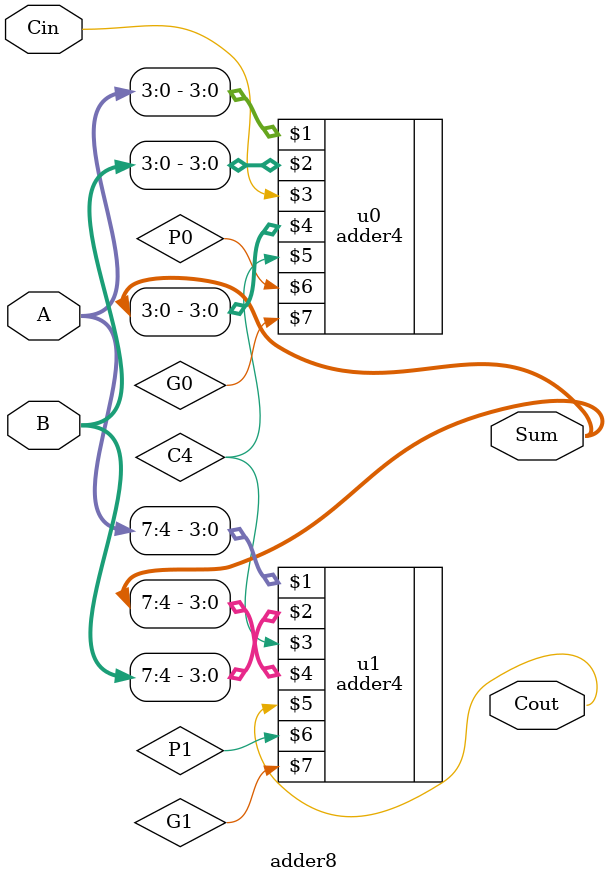
<source format=v>
module adder8 (
    input  [7:0] A,
    input  [7:0] B,
    input        Cin,
    output [7:0] Sum,
    output       Cout
);
    wire C4;
    wire P0, G0, P1, G1;

    adder4 u0 (A[3:0], B[3:0], Cin,  Sum[3:0], C4, P0, G0);
    adder4 u1 (A[7:4], B[7:4], C4,  Sum[7:4], Cout, P1, G1);
endmodule

</source>
